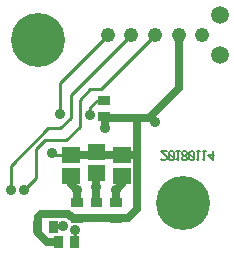
<source format=gbr>
G04 start of page 3 for group 1 idx 1 *
G04 Title: encoder, bottom *
G04 Creator: pcb 20140316 *
G04 CreationDate: Mon 15 Jan 2018 02:12:54 AM GMT UTC *
G04 For: brian *
G04 Format: Gerber/RS-274X *
G04 PCB-Dimensions (mil): 1250.00 1300.00 *
G04 PCB-Coordinate-Origin: lower left *
%MOIN*%
%FSLAX25Y25*%
%LNBOTTOM*%
%ADD37C,0.1285*%
%ADD36C,0.0437*%
%ADD35C,0.0279*%
%ADD34C,0.0200*%
%ADD33C,0.0360*%
%ADD32R,0.0274X0.0274*%
%ADD31R,0.0512X0.0512*%
%ADD30R,0.0295X0.0295*%
%ADD29C,0.1800*%
%ADD28C,0.0597*%
%ADD27C,0.0480*%
%ADD26C,0.0060*%
%ADD25C,0.0250*%
%ADD24C,0.0100*%
G54D24*X104748Y107500D02*X104500Y107252D01*
X81126Y107500D02*X81000Y107374D01*
X58500Y44000D02*X58000Y43500D01*
X55059D01*
X62059Y38500D02*X62500Y38941D01*
Y42500D01*
G54D25*X76000Y46441D02*X61559D01*
X60000Y48000D01*
X51000D01*
X49941Y46941D01*
Y41559D01*
X53000Y38500D01*
X56941D01*
X76059Y46441D02*X79941D01*
X83000Y49500D01*
G54D24*X57300Y81100D02*Y91548D01*
X64000Y86000D02*Y77000D01*
X61000Y87374D02*Y80000D01*
G54D25*Y60457D02*Y58000D01*
X63000Y56000D01*
Y51559D02*Y56000D01*
G54D24*X61000Y80000D02*X57500Y76500D01*
X53500D01*
X64000Y77000D02*X59500Y72500D01*
X52500D01*
X49500Y69500D01*
Y60000D01*
X45500Y56000D01*
X53500Y76500D02*X41000Y64000D01*
Y56000D01*
G54D25*X83000Y49500D02*Y79941D01*
X61000Y67543D02*X82957D01*
G54D24*X54735Y68265D02*X55500Y67500D01*
X61000D01*
G54D25*X82957Y67543D02*X83000Y67500D01*
X78000Y60457D02*Y58000D01*
X76000Y56000D01*
Y51559D02*Y56000D01*
X69500Y61457D02*Y51559D01*
G54D24*X57300Y91548D02*X73252Y107500D01*
X67500Y89500D02*X64000Y86000D01*
X81126Y107500D02*X61000Y87374D01*
G54D25*X89000Y78500D02*X87228Y80272D01*
X72500Y79941D02*X86941D01*
X87250Y80250D01*
X72000Y80441D02*X72500Y79941D01*
G54D24*X67500Y81000D02*Y83500D01*
X69559Y85559D01*
X72000D01*
X71000Y89500D02*X67500D01*
X89000Y107500D02*X71000Y89500D01*
G54D25*X96874Y107500D02*Y89917D01*
X87228Y80272D01*
X72500Y76500D02*Y79941D01*
G54D26*X91000Y66110D02*X91370Y65740D01*
X92480D01*
X92850Y66110D01*
Y66850D01*
X91000Y68700D02*X92850Y66850D01*
X91000Y68700D02*X92850D01*
X93738Y68330D02*X94108Y68700D01*
X93738Y66110D02*Y68330D01*
Y66110D02*X94108Y65740D01*
X94848D01*
X95218Y66110D01*
Y68330D01*
X94848Y68700D02*X95218Y68330D01*
X94108Y68700D02*X94848D01*
X93738Y67960D02*X95218Y66480D01*
X96106Y66332D02*X96698Y65740D01*
Y68700D01*
X96106D02*X97216D01*
X98104Y68330D02*X98474Y68700D01*
X98104Y67738D02*Y68330D01*
Y67738D02*X98622Y67220D01*
X99066D01*
X99584Y67738D01*
Y68330D01*
X99214Y68700D02*X99584Y68330D01*
X98474Y68700D02*X99214D01*
X98104Y66702D02*X98622Y67220D01*
X98104Y66110D02*Y66702D01*
Y66110D02*X98474Y65740D01*
X99214D01*
X99584Y66110D01*
Y66702D01*
X99066Y67220D02*X99584Y66702D01*
X100472Y68330D02*X100842Y68700D01*
X100472Y66110D02*Y68330D01*
Y66110D02*X100842Y65740D01*
X101582D01*
X101952Y66110D01*
Y68330D01*
X101582Y68700D02*X101952Y68330D01*
X100842Y68700D02*X101582D01*
X100472Y67960D02*X101952Y66480D01*
X102840Y66332D02*X103432Y65740D01*
Y68700D01*
X102840D02*X103950D01*
X104838Y66332D02*X105430Y65740D01*
Y68700D01*
X104838D02*X105948D01*
X106836Y67590D02*X108316Y65740D01*
X106836Y67590D02*X108686D01*
X108316Y65740D02*Y68700D01*
G54D27*X73252Y107500D03*
X81126D03*
X89000D03*
X96874D03*
X104748D03*
G54D28*X110654Y114193D03*
G54D29*X50000Y106000D03*
G54D28*X110654Y100807D03*
G54D29*X98500Y51500D03*
G54D30*X75508Y51559D02*X76492D01*
G54D31*X77607Y60457D02*X78393D01*
X77607Y67543D02*X78393D01*
X69107Y61457D02*X69893D01*
X69107Y68543D02*X69893D01*
G54D30*X69008Y51559D02*X69992D01*
G54D31*X60607Y60457D02*X61393D01*
X60607Y67543D02*X61393D01*
G54D30*X75508Y46441D02*X76492D01*
X62059Y38992D02*Y38008D01*
X56941Y38992D02*Y38008D01*
G54D32*X69008Y46441D02*X69992D01*
G54D30*X62508D02*X63492D01*
X55059Y43992D02*Y43008D01*
X49941Y43992D02*Y43008D01*
X62508Y51559D02*X63492D01*
X71508Y85559D02*X72492D01*
X71508Y80441D02*X72492D01*
G54D33*X69500Y57000D03*
X62500Y42500D03*
X58500Y44000D03*
X76000Y56000D03*
X63000D03*
X57300Y81100D03*
X54735Y68265D03*
X45500Y56000D03*
X41000D03*
X89000Y78500D03*
X67500Y81000D03*
X72500Y76500D03*
G54D34*G54D35*G54D36*G54D37*G54D36*G54D37*M02*

</source>
